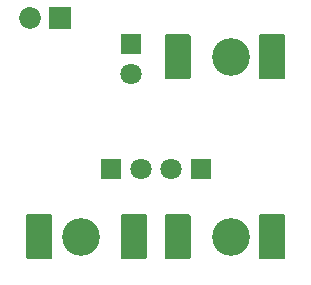
<source format=gbr>
%TF.GenerationSoftware,KiCad,Pcbnew,(5.1.9)-1*%
%TF.CreationDate,2021-03-03T01:29:12+00:00*%
%TF.ProjectId,NOR,4e4f522e-6b69-4636-9164-5f7063625858,rev?*%
%TF.SameCoordinates,Original*%
%TF.FileFunction,Soldermask,Bot*%
%TF.FilePolarity,Negative*%
%FSLAX46Y46*%
G04 Gerber Fmt 4.6, Leading zero omitted, Abs format (unit mm)*
G04 Created by KiCad (PCBNEW (5.1.9)-1) date 2021-03-03 01:29:12*
%MOMM*%
%LPD*%
G01*
G04 APERTURE LIST*
%ADD10R,1.850000X1.850000*%
%ADD11C,1.850000*%
%ADD12C,3.203200*%
%ADD13R,1.800000X1.800000*%
%ADD14C,1.800000*%
G04 APERTURE END LIST*
D10*
%TO.C,J1*%
X43942000Y-64008000D03*
D11*
X41442000Y-64008000D03*
%TD*%
D12*
%TO.C,J2*%
X45720000Y-82550000D03*
G36*
G01*
X41220000Y-80648400D02*
X43220000Y-80648400D01*
G75*
G02*
X43321600Y-80750000I0J-101600D01*
G01*
X43321600Y-84350000D01*
G75*
G02*
X43220000Y-84451600I-101600J0D01*
G01*
X41220000Y-84451600D01*
G75*
G02*
X41118400Y-84350000I0J101600D01*
G01*
X41118400Y-80750000D01*
G75*
G02*
X41220000Y-80648400I101600J0D01*
G01*
G37*
G36*
G01*
X49220000Y-80648400D02*
X51220000Y-80648400D01*
G75*
G02*
X51321600Y-80750000I0J-101600D01*
G01*
X51321600Y-84350000D01*
G75*
G02*
X51220000Y-84451600I-101600J0D01*
G01*
X49220000Y-84451600D01*
G75*
G02*
X49118400Y-84350000I0J101600D01*
G01*
X49118400Y-80750000D01*
G75*
G02*
X49220000Y-80648400I101600J0D01*
G01*
G37*
%TD*%
%TO.C,J4*%
X58420000Y-67310000D03*
G36*
G01*
X62920000Y-69211600D02*
X60920000Y-69211600D01*
G75*
G02*
X60818400Y-69110000I0J101600D01*
G01*
X60818400Y-65510000D01*
G75*
G02*
X60920000Y-65408400I101600J0D01*
G01*
X62920000Y-65408400D01*
G75*
G02*
X63021600Y-65510000I0J-101600D01*
G01*
X63021600Y-69110000D01*
G75*
G02*
X62920000Y-69211600I-101600J0D01*
G01*
G37*
G36*
G01*
X54920000Y-69211600D02*
X52920000Y-69211600D01*
G75*
G02*
X52818400Y-69110000I0J101600D01*
G01*
X52818400Y-65510000D01*
G75*
G02*
X52920000Y-65408400I101600J0D01*
G01*
X54920000Y-65408400D01*
G75*
G02*
X55021600Y-65510000I0J-101600D01*
G01*
X55021600Y-69110000D01*
G75*
G02*
X54920000Y-69211600I-101600J0D01*
G01*
G37*
%TD*%
%TO.C,J3*%
X58420000Y-82550000D03*
G36*
G01*
X62920000Y-84451600D02*
X60920000Y-84451600D01*
G75*
G02*
X60818400Y-84350000I0J101600D01*
G01*
X60818400Y-80750000D01*
G75*
G02*
X60920000Y-80648400I101600J0D01*
G01*
X62920000Y-80648400D01*
G75*
G02*
X63021600Y-80750000I0J-101600D01*
G01*
X63021600Y-84350000D01*
G75*
G02*
X62920000Y-84451600I-101600J0D01*
G01*
G37*
G36*
G01*
X54920000Y-84451600D02*
X52920000Y-84451600D01*
G75*
G02*
X52818400Y-84350000I0J101600D01*
G01*
X52818400Y-80750000D01*
G75*
G02*
X52920000Y-80648400I101600J0D01*
G01*
X54920000Y-80648400D01*
G75*
G02*
X55021600Y-80750000I0J-101600D01*
G01*
X55021600Y-84350000D01*
G75*
G02*
X54920000Y-84451600I-101600J0D01*
G01*
G37*
%TD*%
D13*
%TO.C,D3*%
X50000000Y-66195000D03*
D14*
X50000000Y-68735000D03*
%TD*%
D13*
%TO.C,D2*%
X55880000Y-76835000D03*
D14*
X53340000Y-76835000D03*
%TD*%
D13*
%TO.C,D1*%
X48260000Y-76835000D03*
D14*
X50800000Y-76835000D03*
%TD*%
M02*

</source>
